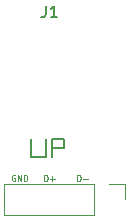
<source format=gto>
G04 #@! TF.FileFunction,Legend,Top*
%FSLAX46Y46*%
G04 Gerber Fmt 4.6, Leading zero omitted, Abs format (unit mm)*
G04 Created by KiCad (PCBNEW 4.0.7) date 11/04/18 21:23:51*
%MOMM*%
%LPD*%
G01*
G04 APERTURE LIST*
%ADD10C,0.100000*%
%ADD11C,0.125000*%
%ADD12C,0.120000*%
%ADD13C,0.150000*%
G04 APERTURE END LIST*
D10*
D11*
X147193047Y-113034000D02*
X147145428Y-113010190D01*
X147074000Y-113010190D01*
X147002571Y-113034000D01*
X146954952Y-113081619D01*
X146931143Y-113129238D01*
X146907333Y-113224476D01*
X146907333Y-113295905D01*
X146931143Y-113391143D01*
X146954952Y-113438762D01*
X147002571Y-113486381D01*
X147074000Y-113510190D01*
X147121619Y-113510190D01*
X147193047Y-113486381D01*
X147216857Y-113462571D01*
X147216857Y-113295905D01*
X147121619Y-113295905D01*
X147431143Y-113510190D02*
X147431143Y-113010190D01*
X147716857Y-113510190D01*
X147716857Y-113010190D01*
X147954953Y-113510190D02*
X147954953Y-113010190D01*
X148074000Y-113010190D01*
X148145429Y-113034000D01*
X148193048Y-113081619D01*
X148216857Y-113129238D01*
X148240667Y-113224476D01*
X148240667Y-113295905D01*
X148216857Y-113391143D01*
X148193048Y-113438762D01*
X148145429Y-113486381D01*
X148074000Y-113510190D01*
X147954953Y-113510190D01*
X149673524Y-113510190D02*
X149673524Y-113010190D01*
X149792571Y-113010190D01*
X149864000Y-113034000D01*
X149911619Y-113081619D01*
X149935428Y-113129238D01*
X149959238Y-113224476D01*
X149959238Y-113295905D01*
X149935428Y-113391143D01*
X149911619Y-113438762D01*
X149864000Y-113486381D01*
X149792571Y-113510190D01*
X149673524Y-113510190D01*
X150173524Y-113319714D02*
X150554476Y-113319714D01*
X150364000Y-113510190D02*
X150364000Y-113129238D01*
X152467524Y-113510190D02*
X152467524Y-113010190D01*
X152586571Y-113010190D01*
X152658000Y-113034000D01*
X152705619Y-113081619D01*
X152729428Y-113129238D01*
X152753238Y-113224476D01*
X152753238Y-113295905D01*
X152729428Y-113391143D01*
X152705619Y-113438762D01*
X152658000Y-113486381D01*
X152586571Y-113510190D01*
X152467524Y-113510190D01*
X152967524Y-113319714D02*
X153348476Y-113319714D01*
D12*
X146244000Y-113732000D02*
X146244000Y-116392000D01*
X153924000Y-113732000D02*
X146244000Y-113732000D01*
X153924000Y-116392000D02*
X146244000Y-116392000D01*
X153924000Y-113732000D02*
X153924000Y-116392000D01*
X155194000Y-113732000D02*
X156524000Y-113732000D01*
X156524000Y-113732000D02*
X156524000Y-115062000D01*
D13*
X151384000Y-109982000D02*
X150368000Y-109982000D01*
X150368000Y-109982000D02*
X150368000Y-111506000D01*
X150368000Y-111506000D02*
X150368000Y-110744000D01*
X150368000Y-110744000D02*
X151384000Y-110744000D01*
X151384000Y-110744000D02*
X151384000Y-109982000D01*
X148590000Y-109982000D02*
X148590000Y-111506000D01*
X148590000Y-111506000D02*
X149860000Y-111506000D01*
X149860000Y-111506000D02*
X149860000Y-109982000D01*
X149780667Y-98656381D02*
X149780667Y-99370667D01*
X149733047Y-99513524D01*
X149637809Y-99608762D01*
X149494952Y-99656381D01*
X149399714Y-99656381D01*
X150780667Y-99656381D02*
X150209238Y-99656381D01*
X150494952Y-99656381D02*
X150494952Y-98656381D01*
X150399714Y-98799238D01*
X150304476Y-98894476D01*
X150209238Y-98942095D01*
M02*

</source>
